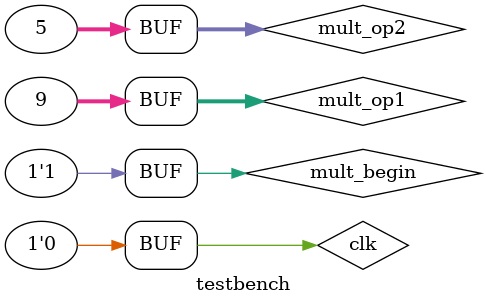
<source format=v>
`timescale 1ns / 1ps
module testbench();

	reg clk;
	reg mult_begin;
	reg[31:0] mult_op1;
	reg[31:0] mult_op2;
	wire [63:0] product;
	wire mult_end;
	
	multiply mul(clk,mult_begin,mult_op1,mult_op2,product,mult_end);
	
	initial
	begin
		clk = 0;
		mult_begin = 1;
		mult_op1 = 32'h0000_0009;
		mult_op2 = 32'h0000_0005;
	end
	

endmodule

</source>
